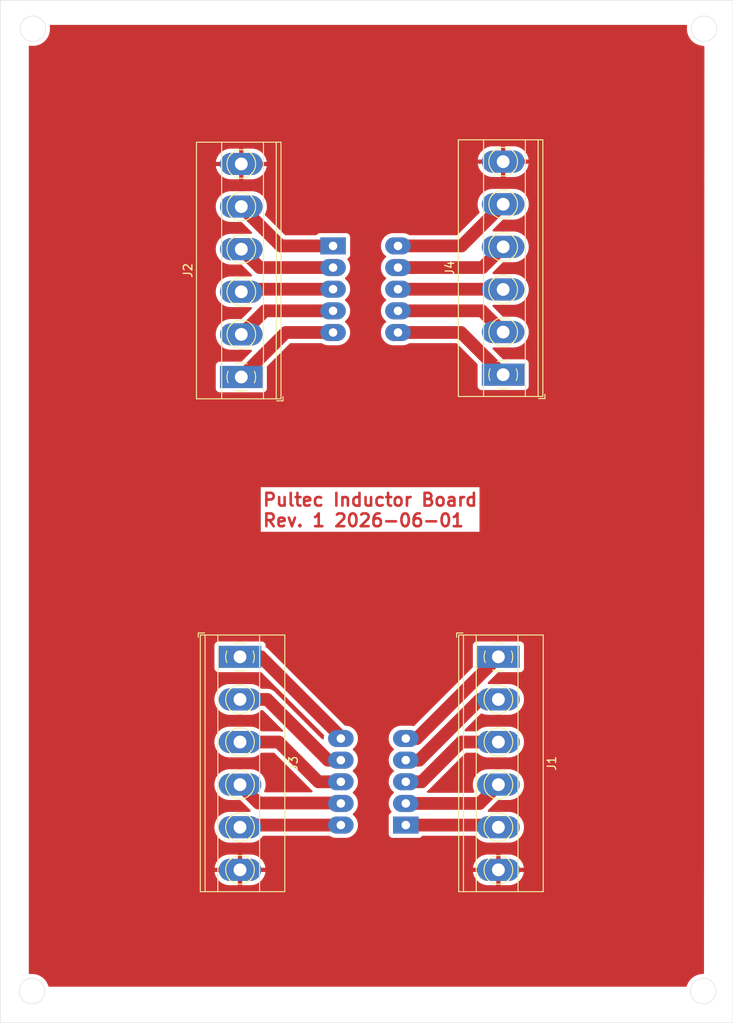
<source format=kicad_pcb>
(kicad_pcb (version 20240108) (generator "pcbnew") (generator_version "8.0")
  (title_block (title "Pultec Inductor Board") (date "2024-07-23") (rev "1"))
  (layers (0 "F.Cu" signal) (31 "B.Cu" signal) (34 "B.Paste" user) (35 "F.Paste" user) (36 "B.SilkS" user "B.Silkscreen") (37 "F.SilkS" user "F.Silkscreen") (38 "B.Mask" user) (39 "F.Mask" user) (44 "Edge.Cuts" user))
  (net 0 "")
  (net 1 "Net-(J1-Pin_4)")
  (net 2 "Net-(J1-Pin_3)")
  (net 3 "GND")
  (net 4 "Net-(J1-Pin_5)")
  (net 5 "Net-(J1-Pin_2)")
  (net 6 "Net-(J1-Pin_1)")
  (net 7 "Net-(J2-Pin_2)")
  (net 8 "Net-(J2-Pin_4)")
  (net 9 "Net-(J2-Pin_1)")
  (net 10 "Net-(J2-Pin_5)")
  (net 11 "Net-(J2-Pin_3)")
  (net 12 "Net-(J3-Pin_2)")
  (net 13 "Net-(J3-Pin_4)")
  (net 14 "Net-(J3-Pin_5)")
  (net 15 "Net-(J3-Pin_3)")
  (net 16 "Net-(J3-Pin_1)")
  (net 17 "Net-(J4-Pin_5)")
  (net 18 "Net-(J4-Pin_1)")
  (net 19 "Net-(J4-Pin_3)")
  (net 20 "Net-(J4-Pin_2)")
  (net 21 "Net-(J4-Pin_4)")
  (footprint "OL Library:TerminalBlock_Phoenix_MKDS-1,5-6_1x06_P5.00mm_Horizontal_Fat_Pad" (layer "F.Cu") (at 63.754 112.668 -90)
    (property "Reference" "J3" (at 12.5 -6.26 90) (layer "F.SilkS"))
    (property "Value" "Screw_Terminal_01x05")
    (fp_line (start -2.8 4.9) (end -2.3 4.9) (stroke (width 0.12)) (layer "F.SilkS"))
    (fp_line (start -2.56 4.66) (end 27.56 4.66) (stroke (width 0.12)) (layer "F.SilkS"))
    (fp_line (start -2.8 4.16) (end -2.8 4.9) (stroke (width 0.12)) (layer "F.SilkS"))
    (fp_line (start -2.56 4.1) (end 27.56 4.1) (stroke (width 0.12)) (layer "F.SilkS"))
    (fp_line (start -2.56 2.6) (end 27.56 2.6) (stroke (width 0.12)) (layer "F.SilkS"))
    (fp_line (start 3.966 1.239) (end 3.931 1.274) (stroke (width 0.12)) (layer "F.SilkS"))
    (fp_line (start 8.966 1.239) (end 8.931 1.274) (stroke (width 0.12)) (layer "F.SilkS"))
    (fp_line (start 13.966 1.239) (end 13.931 1.274) (stroke (width 0.12)) (layer "F.SilkS"))
    (fp_line (start 18.966 1.239) (end 18.931 1.274) (stroke (width 0.12)) (layer "F.SilkS"))
    (fp_line (start 23.966 1.239) (end 23.931 1.274) (stroke (width 0.12)) (layer "F.SilkS"))
    (fp_line (start 3.773 1.023) (end 3.726 1.069) (stroke (width 0.12)) (layer "F.SilkS"))
    (fp_line (start 8.773 1.023) (end 8.726 1.069) (stroke (width 0.12)) (layer "F.SilkS"))
    (fp_line (start 13.773 1.023) (end 13.726 1.069) (stroke (width 0.12)) (layer "F.SilkS"))
    (fp_line (start 18.773 1.023) (end 18.726 1.069) (stroke (width 0.12)) (layer "F.SilkS"))
    (fp_line (start 23.773 1.023) (end 23.726 1.069) (stroke (width 0.12)) (layer "F.SilkS"))
    (fp_line (start 6.275 -1.069) (end 6.228 -1.023) (stroke (width 0.12)) (layer "F.SilkS"))
    (fp_line (start 11.275 -1.069) (end 11.228 -1.023) (stroke (width 0.12)) (layer "F.SilkS"))
    (fp_line (start 16.275 -1.069) (end 16.228 -1.023) (stroke (width 0.12)) (layer "F.SilkS"))
    (fp_line (start 21.275 -1.069) (end 21.228 -1.023) (stroke (width 0.12)) (layer "F.SilkS"))
    (fp_line (start 26.275 -1.069) (end 26.228 -1.023) (stroke (width 0.12)) (layer "F.SilkS"))
    (fp_line (start 6.07 -1.275) (end 6.035 -1.239) (stroke (width 0.12)) (layer "F.SilkS"))
    (fp_line (start 11.07 -1.275) (end 11.035 -1.239) (stroke (width 0.12)) (layer "F.SilkS"))
    (fp_line (start 16.07 -1.275) (end 16.035 -1.239) (stroke (width 0.12)) (layer "F.SilkS"))
    (fp_line (start 21.07 -1.275) (end 21.035 -1.239) (stroke (width 0.12)) (layer "F.SilkS"))
    (fp_line (start 26.07 -1.275) (end 26.035 -1.239) (stroke (width 0.12)) (layer "F.SilkS"))
    (fp_line (start -2.56 -2.301) (end 27.56 -2.301) (stroke (width 0.12)) (layer "F.SilkS"))
    (fp_line (start -2.56 -5.261) (end -2.56 4.66) (stroke (width 0.12)) (layer "F.SilkS"))
    (fp_line (start -2.56 -5.261) (end 27.56 -5.261) (stroke (width 0.12)) (layer "F.SilkS"))
    (fp_line (start 27.56 -5.261) (end 27.56 4.66) (stroke (width 0.12)) (layer "F.SilkS"))
    (fp_arc (start 0.028805 1.680253) (mid -0.335551 1.646659) (end -0.684 1.535) (stroke (width 0.12)) (layer "F.SilkS"))
    (fp_arc (start 0.683318 1.534756) (mid 0.349292 1.643288) (end 0 1.68) (stroke (width 0.12)) (layer "F.SilkS"))
    (fp_arc (start -1.535427 0.683042) (mid -1.680501 -0.000524) (end -1.535 -0.684) (stroke (width 0.12)) (layer "F.SilkS"))
    (fp_arc (start 1.535427 -0.683042) (mid 1.680501 0.000524) (end 1.535 0.684) (stroke (width 0.12)) (layer "F.SilkS"))
    (fp_arc (start -0.683042 -1.535427) (mid 0.000524 -1.680501) (end 0.684 -1.535) (stroke (width 0.12)) (layer "F.SilkS"))
    (fp_circle (center 5 0) (end 6.68 0) (stroke (width 0.12)) (fill none) (layer "F.SilkS"))
    (fp_circle (center 10 0) (end 11.68 0) (stroke (width 0.12)) (fill none) (layer "F.SilkS"))
    (fp_circle (center 15 0) (end 16.68 0) (stroke (width 0.12)) (fill none) (layer "F.SilkS"))
    (fp_circle (center 20 0) (end 21.68 0) (stroke (width 0.12)) (fill none) (layer "F.SilkS"))
    (fp_circle (center 25 0) (end 26.68 0) (stroke (width 0.12)) (fill none) (layer "F.SilkS"))
    (pad "1" thru_hole rect (at 0 0 270) (size 2.6 5) (drill 1.5) (layers "*.Cu" "*.Mask") (net 16 "Net-(J3-Pin_1)"))
    (pad "2" thru_hole oval (at 5 0 270) (size 2.6 5) (drill 1.5) (layers "*.Cu" "*.Mask") (net 12 "Net-(J3-Pin_2)"))
    (pad "3" thru_hole oval (at 10 0 270) (size 2.6 5) (drill 1.5) (layers "*.Cu" "*.Mask") (net 15 "Net-(J3-Pin_3)"))
    (pad "4" thru_hole oval (at 15 0 270) (size 2.6 5) (drill 1.5) (layers "*.Cu" "*.Mask") (net 13 "Net-(J3-Pin_4)"))
    (pad "5" thru_hole oval (at 20 0 270) (size 2.6 5) (drill 1.5) (layers "*.Cu" "*.Mask") (net 14 "Net-(J3-Pin_5)"))
    (pad "6" thru_hole oval (at 25 0 270) (size 2.6 5) (drill 1.5) (layers "*.Cu" "*.Mask") (net 3 "GND"))
  )
  (footprint "OL Library:multi-inductor_EE16_10pin" (layer "F.Cu") (at 79.756 56.8258)
    (property "Reference" "L2" (hide yes))
    (property "Value" "Mid Inductor")
    (pad "1" thru_hole rect (at -5.08 7.62) (size 3 2) (drill 1) (layers "*.Cu" "*.Mask") (net 10 "Net-(J2-Pin_5)"))
    (pad "2" thru_hole oval (at -5.08 10.16) (size 3 2) (drill 1) (layers "*.Cu" "*.Mask") (net 8 "Net-(J2-Pin_4)"))
    (pad "3" thru_hole oval (at -5.08 12.7) (size 3 2) (drill 1) (layers "*.Cu" "*.Mask") (net 11 "Net-(J2-Pin_3)"))
    (pad "4" thru_hole oval (at -5.08 15.24) (size 3 2) (drill 1) (layers "*.Cu" "*.Mask") (net 7 "Net-(J2-Pin_2)"))
    (pad "5" thru_hole oval (at -5.08 17.78) (size 3 2) (drill 1) (layers "*.Cu" "*.Mask") (net 9 "Net-(J2-Pin_1)"))
    (pad "6" thru_hole oval (at 2.54 17.78) (size 3 2) (drill 1) (layers "*.Cu" "*.Mask") (net 18 "Net-(J4-Pin_1)"))
    (pad "7" thru_hole oval (at 2.54 15.24) (size 3 2) (drill 1) (layers "*.Cu" "*.Mask") (net 20 "Net-(J4-Pin_2)"))
    (pad "8" thru_hole oval (at 2.54 12.7) (size 3 2) (drill 1) (layers "*.Cu" "*.Mask") (net 19 "Net-(J4-Pin_3)"))
    (pad "9" thru_hole oval (at 2.54 10.16) (size 3 2) (drill 1) (layers "*.Cu" "*.Mask") (net 21 "Net-(J4-Pin_4)"))
    (pad "10" thru_hole oval (at 2.54 7.62) (size 3 2) (drill 1) (layers "*.Cu" "*.Mask") (net 17 "Net-(J4-Pin_5)"))
  )
  (footprint "OL Library:TerminalBlock_Phoenix_MKDS-1,5-6_1x06_P5.00mm_Horizontal_Fat_Pad" (layer "F.Cu") (at 94.6406 79.556 90)
    (property "Reference" "J4" (at 12.5 -6.26 90) (layer "F.SilkS"))
    (property "Value" "Screw_Terminal_01x05")
    (fp_line (start 27.56 -5.261) (end 27.56 4.66) (stroke (width 0.12)) (layer "F.SilkS"))
    (fp_line (start -2.56 -5.261) (end 27.56 -5.261) (stroke (width 0.12)) (layer "F.SilkS"))
    (fp_line (start -2.56 -5.261) (end -2.56 4.66) (stroke (width 0.12)) (layer "F.SilkS"))
    (fp_line (start -2.56 -2.301) (end 27.56 -2.301) (stroke (width 0.12)) (layer "F.SilkS"))
    (fp_line (start 26.07 -1.275) (end 26.035 -1.239) (stroke (width 0.12)) (layer "F.SilkS"))
    (fp_line (start 21.07 -1.275) (end 21.035 -1.239) (stroke (width 0.12)) (layer "F.SilkS"))
    (fp_line (start 16.07 -1.275) (end 16.035 -1.239) (stroke (width 0.12)) (layer "F.SilkS"))
    (fp_line (start 11.07 -1.275) (end 11.035 -1.239) (stroke (width 0.12)) (layer "F.SilkS"))
    (fp_line (start 6.07 -1.275) (end 6.035 -1.239) (stroke (width 0.12)) (layer "F.SilkS"))
    (fp_line (start 26.275 -1.069) (end 26.228 -1.023) (stroke (width 0.12)) (layer "F.SilkS"))
    (fp_line (start 21.275 -1.069) (end 21.228 -1.023) (stroke (width 0.12)) (layer "F.SilkS"))
    (fp_line (start 16.275 -1.069) (end 16.228 -1.023) (stroke (width 0.12)) (layer "F.SilkS"))
    (fp_line (start 11.275 -1.069) (end 11.228 -1.023) (stroke (width 0.12)) (layer "F.SilkS"))
    (fp_line (start 6.275 -1.069) (end 6.228 -1.023) (stroke (width 0.12)) (layer "F.SilkS"))
    (fp_line (start 23.773 1.023) (end 23.726 1.069) (stroke (width 0.12)) (layer "F.SilkS"))
    (fp_line (start 18.773 1.023) (end 18.726 1.069) (stroke (width 0.12)) (layer "F.SilkS"))
    (fp_line (start 13.773 1.023) (end 13.726 1.069) (stroke (width 0.12)) (layer "F.SilkS"))
    (fp_line (start 8.773 1.023) (end 8.726 1.069) (stroke (width 0.12)) (layer "F.SilkS"))
    (fp_line (start 3.773 1.023) (end 3.726 1.069) (stroke (width 0.12)) (layer "F.SilkS"))
    (fp_line (start 23.966 1.239) (end 23.931 1.274) (stroke (width 0.12)) (layer "F.SilkS"))
    (fp_line (start 18.966 1.239) (end 18.931 1.274) (stroke (width 0.12)) (layer "F.SilkS"))
    (fp_line (start 13.966 1.239) (end 13.931 1.274) (stroke (width 0.12)) (layer "F.SilkS"))
    (fp_line (start 8.966 1.239) (end 8.931 1.274) (stroke (width 0.12)) (layer "F.SilkS"))
    (fp_line (start 3.966 1.239) (end 3.931 1.274) (stroke (width 0.12)) (layer "F.SilkS"))
    (fp_line (start -2.56 2.6) (end 27.56 2.6) (stroke (width 0.12)) (layer "F.SilkS"))
    (fp_line (start -2.56 4.1) (end 27.56 4.1) (stroke (width 0.12)) (layer "F.SilkS"))
    (fp_line (start -2.8 4.16) (end -2.8 4.9) (stroke (width 0.12)) (layer "F.SilkS"))
    (fp_line (start -2.56 4.66) (end 27.56 4.66) (stroke (width 0.12)) (layer "F.SilkS"))
    (fp_line (start -2.8 4.9) (end -2.3 4.9) (stroke (width 0.12)) (layer "F.SilkS"))
    (fp_arc (start -0.683042 -1.535427) (mid 0.000524 -1.680501) (end 0.684 -1.535) (stroke (width 0.12)) (layer "F.SilkS"))
    (fp_arc (start 1.535427 -0.683042) (mid 1.680501 0.000524) (end 1.535 0.684) (stroke (width 0.12)) (layer "F.SilkS"))
    (fp_arc (start -1.535427 0.683042) (mid -1.680501 -0.000524) (end -1.535 -0.684) (stroke (width 0.12)) (layer "F.SilkS"))
    (fp_arc (start 0.683318 1.534756) (mid 0.349292 1.643288) (end 0 1.68) (stroke (width 0.12)) (layer "F.SilkS"))
    (fp_arc (start 0.028805 1.680253) (mid -0.335551 1.646659) (end -0.684 1.535) (stroke (width 0.12)) (layer "F.SilkS"))
    (fp_circle (center 25 0) (end 26.68 0) (stroke (width 0.12)) (fill none) (layer "F.SilkS"))
    (fp_circle (center 20 0) (end 21.68 0) (stroke (width 0.12)) (fill none) (layer "F.SilkS"))
    (fp_circle (center 15 0) (end 16.68 0) (stroke (width 0.12)) (fill none) (layer "F.SilkS"))
    (fp_circle (center 10 0) (end 11.68 0) (stroke (width 0.12)) (fill none) (layer "F.SilkS"))
    (fp_circle (center 5 0) (end 6.68 0) (stroke (width 0.12)) (fill none) (layer "F.SilkS"))
    (pad "1" thru_hole rect (at 0 0 90) (size 2.6 5) (drill 1.5) (layers "*.Cu" "*.Mask") (net 18 "Net-(J4-Pin_1)"))
    (pad "2" thru_hole oval (at 5 0 90) (size 2.6 5) (drill 1.5) (layers "*.Cu" "*.Mask") (net 20 "Net-(J4-Pin_2)"))
    (pad "3" thru_hole oval (at 10 0 90) (size 2.6 5) (drill 1.5) (layers "*.Cu" "*.Mask") (net 19 "Net-(J4-Pin_3)"))
    (pad "4" thru_hole oval (at 15 0 90) (size 2.6 5) (drill 1.5) (layers "*.Cu" "*.Mask") (net 21 "Net-(J4-Pin_4)"))
    (pad "5" thru_hole oval (at 20 0 90) (size 2.6 5) (drill 1.5) (layers "*.Cu" "*.Mask") (net 17 "Net-(J4-Pin_5)"))
    (pad "6" thru_hole oval (at 25 0 90) (size 2.6 5) (drill 1.5) (layers "*.Cu" "*.Mask") (net 3 "GND"))
  )
  (footprint "OL Library:TerminalBlock_Phoenix_MKDS-1,5-6_1x06_P5.00mm_Horizontal_Fat_Pad" (layer "F.Cu") (at 63.9064 79.8284 90)
    (property "Reference" "J2" (at 12.5 -6.26 90) (layer "F.SilkS"))
    (property "Value" "Screw_Terminal_01x05")
    (fp_line (start 27.56 -5.261) (end 27.56 4.66) (stroke (width 0.12)) (layer "F.SilkS"))
    (fp_line (start -2.56 -5.261) (end 27.56 -5.261) (stroke (width 0.12)) (layer "F.SilkS"))
    (fp_line (start -2.56 -5.261) (end -2.56 4.66) (stroke (width 0.12)) (layer "F.SilkS"))
    (fp_line (start -2.56 -2.301) (end 27.56 -2.301) (stroke (width 0.12)) (layer "F.SilkS"))
    (fp_line (start 26.07 -1.275) (end 26.035 -1.239) (stroke (width 0.12)) (layer "F.SilkS"))
    (fp_line (start 21.07 -1.275) (end 21.035 -1.239) (stroke (width 0.12)) (layer "F.SilkS"))
    (fp_line (start 16.07 -1.275) (end 16.035 -1.239) (stroke (width 0.12)) (layer "F.SilkS"))
    (fp_line (start 11.07 -1.275) (end 11.035 -1.239) (stroke (width 0.12)) (layer "F.SilkS"))
    (fp_line (start 6.07 -1.275) (end 6.035 -1.239) (stroke (width 0.12)) (layer "F.SilkS"))
    (fp_line (start 26.275 -1.069) (end 26.228 -1.023) (stroke (width 0.12)) (layer "F.SilkS"))
    (fp_line (start 21.275 -1.069) (end 21.228 -1.023) (stroke (width 0.12)) (layer "F.SilkS"))
    (fp_line (start 16.275 -1.069) (end 16.228 -1.023) (stroke (width 0.12)) (layer "F.SilkS"))
    (fp_line (start 11.275 -1.069) (end 11.228 -1.023) (stroke (width 0.12)) (layer "F.SilkS"))
    (fp_line (start 6.275 -1.069) (end 6.228 -1.023) (stroke (width 0.12)) (layer "F.SilkS"))
    (fp_line (start 23.773 1.023) (end 23.726 1.069) (stroke (width 0.12)) (layer "F.SilkS"))
    (fp_line (start 18.773 1.023) (end 18.726 1.069) (stroke (width 0.12)) (layer "F.SilkS"))
    (fp_line (start 13.773 1.023) (end 13.726 1.069) (stroke (width 0.12)) (layer "F.SilkS"))
    (fp_line (start 8.773 1.023) (end 8.726 1.069) (stroke (width 0.12)) (layer "F.SilkS"))
    (fp_line (start 3.773 1.023) (end 3.726 1.069) (stroke (width 0.12)) (layer "F.SilkS"))
    (fp_line (start 23.966 1.239) (end 23.931 1.274) (stroke (width 0.12)) (layer "F.SilkS"))
    (fp_line (start 18.966 1.239) (end 18.931 1.274) (stroke (width 0.12)) (layer "F.SilkS"))
    (fp_line (start 13.966 1.239) (end 13.931 1.274) (stroke (width 0.12)) (layer "F.SilkS"))
    (fp_line (start 8.966 1.239) (end 8.931 1.274) (stroke (width 0.12)) (layer "F.SilkS"))
    (fp_line (start 3.966 1.239) (end 3.931 1.274) (stroke (width 0.12)) (layer "F.SilkS"))
    (fp_line (start -2.56 2.6) (end 27.56 2.6) (stroke (width 0.12)) (layer "F.SilkS"))
    (fp_line (start -2.56 4.1) (end 27.56 4.1) (stroke (width 0.12)) (layer "F.SilkS"))
    (fp_line (start -2.8 4.16) (end -2.8 4.9) (stroke (width 0.12)) (layer "F.SilkS"))
    (fp_line (start -2.56 4.66) (end 27.56 4.66) (stroke (width 0.12)) (layer "F.SilkS"))
    (fp_line (start -2.8 4.9) (end -2.3 4.9) (stroke (width 0.12)) (layer "F.SilkS"))
    (fp_arc (start -0.683042 -1.535427) (mid 0.000524 -1.680501) (end 0.684 -1.535) (stroke (width 0.12)) (layer "F.SilkS"))
    (fp_arc (start 1.535427 -0.683042) (mid 1.680501 0.000524) (end 1.535 0.684) (stroke (width 0.12)) (layer "F.SilkS"))
    (fp_arc (start -1.535427 0.683042) (mid -1.680501 -0.000524) (end -1.535 -0.684) (stroke (width 0.12)) (layer "F.SilkS"))
    (fp_arc (start 0.683318 1.534756) (mid 0.349292 1.643288) (end 0 1.68) (stroke (width 0.12)) (layer "F.SilkS"))
    (fp_arc (start 0.028805 1.680253) (mid -0.335551 1.646659) (end -0.684 1.535) (stroke (width 0.12)) (layer "F.SilkS"))
    (fp_circle (center 25 0) (end 26.68 0) (stroke (width 0.12)) (fill none) (layer "F.SilkS"))
    (fp_circle (center 20 0) (end 21.68 0) (stroke (width 0.12)) (fill none) (layer "F.SilkS"))
    (fp_circle (center 15 0) (end 16.68 0) (stroke (width 0.12)) (fill none) (layer "F.SilkS"))
    (fp_circle (center 10 0) (end 11.68 0) (stroke (width 0.12)) (fill none) (layer "F.SilkS"))
    (fp_circle (center 5 0) (end 6.68 0) (stroke (width 0.12)) (fill none) (layer "F.SilkS"))
    (pad "1" thru_hole rect (at 0 0 90) (size 2.6 5) (drill 1.5) (layers "*.Cu" "*.Mask") (net 9 "Net-(J2-Pin_1)"))
    (pad "2" thru_hole oval (at 5 0 90) (size 2.6 5) (drill 1.5) (layers "*.Cu" "*.Mask") (net 7 "Net-(J2-Pin_2)"))
    (pad "3" thru_hole oval (at 10 0 90) (size 2.6 5) (drill 1.5) (layers "*.Cu" "*.Mask") (net 11 "Net-(J2-Pin_3)"))
    (pad "4" thru_hole oval (at 15 0 90) (size 2.6 5) (drill 1.5) (layers "*.Cu" "*.Mask") (net 8 "Net-(J2-Pin_4)"))
    (pad "5" thru_hole oval (at 20 0 90) (size 2.6 5) (drill 1.5) (layers "*.Cu" "*.Mask") (net 10 "Net-(J2-Pin_5)"))
    (pad "6" thru_hole oval (at 25 0 90) (size 2.6 5) (drill 1.5) (layers "*.Cu" "*.Mask") (net 3 "GND"))
  )
  (footprint "OL Library:multi-inductor_EE16_10pin" (layer "F.Cu") (at 78.1304 140.034 180)
    (property "Reference" "L1" (hide yes))
    (property "Value" "Hi Boost Inductor")
    (pad "1" thru_hole rect (at -5.08 7.62 180) (size 3 2) (drill 1) (layers "*.Cu" "*.Mask") (net 4 "Net-(J1-Pin_5)"))
    (pad "2" thru_hole oval (at -5.08 10.16 180) (size 3 2) (drill 1) (layers "*.Cu" "*.Mask") (net 1 "Net-(J1-Pin_4)"))
    (pad "3" thru_hole oval (at -5.08 12.7 180) (size 3 2) (drill 1) (layers "*.Cu" "*.Mask") (net 2 "Net-(J1-Pin_3)"))
    (pad "4" thru_hole oval (at -5.08 15.24 180) (size 3 2) (drill 1) (layers "*.Cu" "*.Mask") (net 5 "Net-(J1-Pin_2)"))
    (pad "5" thru_hole oval (at -5.08 17.78 180) (size 3 2) (drill 1) (layers "*.Cu" "*.Mask") (net 6 "Net-(J1-Pin_1)"))
    (pad "6" thru_hole oval (at 2.54 17.78 180) (size 3 2) (drill 1) (layers "*.Cu" "*.Mask") (net 16 "Net-(J3-Pin_1)"))
    (pad "7" thru_hole oval (at 2.54 15.24 180) (size 3 2) (drill 1) (layers "*.Cu" "*.Mask") (net 12 "Net-(J3-Pin_2)"))
    (pad "8" thru_hole oval (at 2.54 12.7 180) (size 3 2) (drill 1) (layers "*.Cu" "*.Mask") (net 15 "Net-(J3-Pin_3)"))
    (pad "9" thru_hole oval (at 2.54 10.16 180) (size 3 2) (drill 1) (layers "*.Cu" "*.Mask") (net 13 "Net-(J3-Pin_4)"))
    (pad "10" thru_hole oval (at 2.54 7.62 180) (size 3 2) (drill 1) (layers "*.Cu" "*.Mask") (net 14 "Net-(J3-Pin_5)"))
  )
  (footprint "OL Library:TerminalBlock_Phoenix_MKDS-1,5-6_1x06_P5.00mm_Horizontal_Fat_Pad" (layer "F.Cu") (at 94.0816 112.668 -90)
    (property "Reference" "J1" (at 12.5 -6.26 90) (layer "F.SilkS"))
    (property "Value" "Screw_Terminal_01x05")
    (fp_line (start -2.8 4.9) (end -2.3 4.9) (stroke (width 0.12)) (layer "F.SilkS"))
    (fp_line (start -2.56 4.66) (end 27.56 4.66) (stroke (width 0.12)) (layer "F.SilkS"))
    (fp_line (start -2.8 4.16) (end -2.8 4.9) (stroke (width 0.12)) (layer "F.SilkS"))
    (fp_line (start -2.56 4.1) (end 27.56 4.1) (stroke (width 0.12)) (layer "F.SilkS"))
    (fp_line (start -2.56 2.6) (end 27.56 2.6) (stroke (width 0.12)) (layer "F.SilkS"))
    (fp_line (start 3.966 1.239) (end 3.931 1.274) (stroke (width 0.12)) (layer "F.SilkS"))
    (fp_line (start 8.966 1.239) (end 8.931 1.274) (stroke (width 0.12)) (layer "F.SilkS"))
    (fp_line (start 13.966 1.239) (end 13.931 1.274) (stroke (width 0.12)) (layer "F.SilkS"))
    (fp_line (start 18.966 1.239) (end 18.931 1.274) (stroke (width 0.12)) (layer "F.SilkS"))
    (fp_line (start 23.966 1.239) (end 23.931 1.274) (stroke (width 0.12)) (layer "F.SilkS"))
    (fp_line (start 3.773 1.023) (end 3.726 1.069) (stroke (width 0.12)) (layer "F.SilkS"))
    (fp_line (start 8.773 1.023) (end 8.726 1.069) (stroke (width 0.12)) (layer "F.SilkS"))
    (fp_line (start 13.773 1.023) (end 13.726 1.069) (stroke (width 0.12)) (layer "F.SilkS"))
    (fp_line (start 18.773 1.023) (end 18.726 1.069) (stroke (width 0.12)) (layer "F.SilkS"))
    (fp_line (start 23.773 1.023) (end 23.726 1.069) (stroke (width 0.12)) (layer "F.SilkS"))
    (fp_line (start 6.275 -1.069) (end 6.228 -1.023) (stroke (width 0.12)) (layer "F.SilkS"))
    (fp_line (start 11.275 -1.069) (end 11.228 -1.023) (stroke (width 0.12)) (layer "F.SilkS"))
    (fp_line (start 16.275 -1.069) (end 16.228 -1.023) (stroke (width 0.12)) (layer "F.SilkS"))
    (fp_line (start 21.275 -1.069) (end 21.228 -1.023) (stroke (width 0.12)) (layer "F.SilkS"))
    (fp_line (start 26.275 -1.069) (end 26.228 -1.023) (stroke (width 0.12)) (layer "F.SilkS"))
    (fp_line (start 6.07 -1.275) (end 6.035 -1.239) (stroke (width 0.12)) (layer "F.SilkS"))
    (fp_line (start 11.07 -1.275) (end 11.035 -1.239) (stroke (width 0.12)) (layer "F.SilkS"))
    (fp_line (start 16.07 -1.275) (end 16.035 -1.239) (stroke (width 0.12)) (layer "F.SilkS"))
    (fp_line (start 21.07 -1.275) (end 21.035 -1.239) (stroke (width 0.12)) (layer "F.SilkS"))
    (fp_line (start 26.07 -1.275) (end 26.035 -1.239) (stroke (width 0.12)) (layer "F.SilkS"))
    (fp_line (start -2.56 -2.301) (end 27.56 -2.301) (stroke (width 0.12)) (layer "F.SilkS"))
    (fp_line (start -2.56 -5.261) (end -2.56 4.66) (stroke (width 0.12)) (layer "F.SilkS"))
    (fp_line (start -2.56 -5.261) (end 27.56 -5.261) (stroke (width 0.12)) (layer "F.SilkS"))
    (fp_line (start 27.56 -5.261) (end 27.56 4.66) (stroke (width 0.12)) (layer "F.SilkS"))
    (fp_arc (start 0.028805 1.680253) (mid -0.335551 1.646659) (end -0.684 1.535) (stroke (width 0.12)) (layer "F.SilkS"))
    (fp_arc (start 0.683318 1.534756) (mid 0.349292 1.643288) (end 0 1.68) (stroke (width 0.12)) (layer "F.SilkS"))
    (fp_arc (start -1.535427 0.683042) (mid -1.680501 -0.000524) (end -1.535 -0.684) (stroke (width 0.12)) (layer "F.SilkS"))
    (fp_arc (start 1.535427 -0.683042) (mid 1.680501 0.000524) (end 1.535 0.684) (stroke (width 0.12)) (layer "F.SilkS"))
    (fp_arc (start -0.683042 -1.535427) (mid 0.000524 -1.680501) (end 0.684 -1.535) (stroke (width 0.12)) (layer "F.SilkS"))
    (fp_circle (center 5 0) (end 6.68 0) (stroke (width 0.12)) (fill none) (layer "F.SilkS"))
    (fp_circle (center 10 0) (end 11.68 0) (stroke (width 0.12)) (fill none) (layer "F.SilkS"))
    (fp_circle (center 15 0) (end 16.68 0) (stroke (width 0.12)) (fill none) (layer "F.SilkS"))
    (fp_circle (center 20 0) (end 21.68 0) (stroke (width 0.12)) (fill none) (layer "F.SilkS"))
    (fp_circle (center 25 0) (end 26.68 0) (stroke (width 0.12)) (fill none) (layer "F.SilkS"))
    (pad "1" thru_hole rect (at 0 0 270) (size 2.6 5) (drill 1.5) (layers "*.Cu" "*.Mask") (net 6 "Net-(J1-Pin_1)"))
    (pad "2" thru_hole oval (at 5 0 270) (size 2.6 5) (drill 1.5) (layers "*.Cu" "*.Mask") (net 5 "Net-(J1-Pin_2)"))
    (pad "3" thru_hole oval (at 10 0 270) (size 2.6 5) (drill 1.5) (layers "*.Cu" "*.Mask") (net 2 "Net-(J1-Pin_3)"))
    (pad "4" thru_hole oval (at 15 0 270) (size 2.6 5) (drill 1.5) (layers "*.Cu" "*.Mask") (net 1 "Net-(J1-Pin_4)"))
    (pad "5" thru_hole oval (at 20 0 270) (size 2.6 5) (drill 1.5) (layers "*.Cu" "*.Mask") (net 4 "Net-(J1-Pin_5)"))
    (pad "6" thru_hole oval (at 25 0 270) (size 2.6 5) (drill 1.5) (layers "*.Cu" "*.Mask") (net 3 "GND"))
  )
  (gr_circle (center 39.4448 38.9636) (end 40.9448 38.9636) (stroke (width 0.05)) (fill none) (layer "Edge.Cuts"))
  (gr_circle (center 118.2116 38.9636) (end 119.7116 38.9636) (stroke (width 0.05)) (fill none) (layer "Edge.Cuts"))
  (gr_rect (start 35.6108 35.6108) (end 121.6108 155.6108) (stroke (width 0.05)) (fill none) (layer "Edge.Cuts"))
  (gr_circle (center 118.11 151.892) (end 119.61 151.892) (stroke (width 0.05)) (fill none) (layer "Edge.Cuts"))
  (gr_circle (center 39.3432 151.892) (end 40.8432 151.892) (stroke (width 0.05)) (fill none) (layer "Edge.Cuts"))
  (gr_text "${TITLE}\nRev. ${REVISION} ${CURRENT_DATE}" (at 66.294 97.536 0) (layer "F.Cu") (effects (font (size 1.5 1.5) (thickness 0.3) (bold yes)) (justify left bottom)))
  (segment (start 91.8756 129.874) (end 94.0816 127.668) (width 1.5) (layer "F.Cu") (net 1))
  (segment (start 83.2104 129.874) (end 91.8756 129.874) (width 1.5) (layer "F.Cu") (net 1))
  (segment (start 83.2104 127.334) (end 85.072456 127.334) (width 1.5) (layer "F.Cu") (net 2))
  (segment (start 85.072456 127.334) (end 89.738456 122.668) (width 1.5) (layer "F.Cu") (net 2))
  (segment (start 89.738456 122.668) (end 94.0816 122.668) (width 1.5) (layer "F.Cu") (net 2))
  (segment (start 83.2104 132.414) (end 93.8276 132.414) (width 1.5) (layer "F.Cu") (net 4))
  (segment (start 93.8276 132.414) (end 94.0816 132.668) (width 1.5) (layer "F.Cu") (net 4))
  (segment (start 91.910028 117.668) (end 94.0816 117.668) (width 1.5) (layer "F.Cu") (net 5))
  (segment (start 84.784028 124.794) (end 91.910028 117.668) (width 1.5) (layer "F.Cu") (net 5))
  (segment (start 83.2104 124.794) (end 84.784028 124.794) (width 1.5) (layer "F.Cu") (net 5))
  (segment (start 84.4956 122.254) (end 94.0816 112.668) (width 1.5) (layer "F.Cu") (net 6))
  (segment (start 83.2104 122.254) (end 84.4956 122.254) (width 1.5) (layer "F.Cu") (net 6))
  (segment (start 66.669 72.0658) (end 63.9064 74.8284) (width 1.5) (layer "F.Cu") (net 7))
  (segment (start 74.676 72.0658) (end 66.669 72.0658) (width 1.5) (layer "F.Cu") (net 7))
  (segment (start 66.0638 66.9858) (end 63.9064 64.8284) (width 1.5) (layer "F.Cu") (net 8))
  (segment (start 74.676 66.9858) (end 66.0638 66.9858) (width 1.5) (layer "F.Cu") (net 8))
  (segment (start 69.129 74.6058) (end 63.9064 79.8284) (width 1.5) (layer "F.Cu") (net 9))
  (segment (start 74.676 74.6058) (end 69.129 74.6058) (width 1.5) (layer "F.Cu") (net 9))
  (segment (start 74.676 64.4458) (end 68.5238 64.4458) (width 1.5) (layer "F.Cu") (net 10))
  (segment (start 68.5238 64.4458) (end 63.9064 59.8284) (width 1.5) (layer "F.Cu") (net 10))
  (segment (start 64.209 69.5258) (end 63.9064 69.8284) (width 1.5) (layer "F.Cu") (net 11))
  (segment (start 74.676 69.5258) (end 64.209 69.5258) (width 1.5) (layer "F.Cu") (net 11))
  (segment (start 66.9404 117.668) (end 63.754 117.668) (width 1.5) (layer "F.Cu") (net 12))
  (segment (start 75.5904 124.794) (end 74.0664 124.794) (width 1.5) (layer "F.Cu") (net 12))
  (segment (start 74.0664 124.794) (end 66.9404 117.668) (width 1.5) (layer "F.Cu") (net 12))
  (segment (start 75.5396 129.874) (end 75.4888 129.8232) (width 1.5) (layer "F.Cu") (net 13))
  (segment (start 75.5904 129.874) (end 75.5396 129.874) (width 1.5) (layer "F.Cu") (net 13))
  (segment (start 65.9092 129.8232) (end 63.754 127.668) (width 1.5) (layer "F.Cu") (net 13))
  (segment (start 75.4888 129.8232) (end 65.9092 129.8232) (width 1.5) (layer "F.Cu") (net 13))
  (segment (start 64.008 132.414) (end 63.754 132.668) (width 1.5) (layer "F.Cu") (net 14))
  (segment (start 75.5904 132.414) (end 64.008 132.414) (width 1.5) (layer "F.Cu") (net 14))
  (segment (start 68.2828 122.668) (end 63.754 122.668) (width 1.5) (layer "F.Cu") (net 15))
  (segment (start 72.9488 127.334) (end 68.2828 122.668) (width 1.5) (layer "F.Cu") (net 15))
  (segment (start 75.5904 127.334) (end 72.9488 127.334) (width 1.5) (layer "F.Cu") (net 15))
  (segment (start 75.5904 122.254) (end 75.5904 122.0508) (width 1.5) (layer "F.Cu") (net 16))
  (segment (start 66.2076 112.668) (end 63.754 112.668) (width 1.5) (layer "F.Cu") (net 16))
  (segment (start 75.5904 122.0508) (end 66.2076 112.668) (width 1.5) (layer "F.Cu") (net 16))
  (segment (start 89.7508 64.4458) (end 94.6406 59.556) (width 1.5) (layer "F.Cu") (net 17))
  (segment (start 82.296 64.4458) (end 89.7508 64.4458) (width 1.5) (layer "F.Cu") (net 17))
  (segment (start 89.6904 74.6058) (end 94.6406 79.556) (width 1.5) (layer "F.Cu") (net 18))
  (segment (start 82.296 74.6058) (end 89.6904 74.6058) (width 1.5) (layer "F.Cu") (net 18))
  (segment (start 94.6104 69.5258) (end 94.6406 69.556) (width 1.5) (layer "F.Cu") (net 19))
  (segment (start 82.296 69.5258) (end 94.6104 69.5258) (width 1.5) (layer "F.Cu") (net 19))
  (segment (start 82.296 72.0658) (end 92.1504 72.0658) (width 1.5) (layer "F.Cu") (net 20))
  (segment (start 92.1504 72.0658) (end 94.6406 74.556) (width 1.5) (layer "F.Cu") (net 20))
  (segment (start 92.2108 66.9858) (end 94.6406 64.556) (width 1.5) (layer "F.Cu") (net 21))
  (segment (start 82.296 66.9858) (end 92.2108 66.9858) (width 1.5) (layer "F.Cu") (net 21))
  (zone (net 3) (net_name "GND") (layer "F.Cu") (connect_pads (clearance 0.5)) (min_thickness 0.25) (fill yes (thermal_gap 0.5) (thermal_bridge_width 0.5))
    (polygon (pts (xy 39.116 38.5064) (xy 118.2624 38.5064) (xy 118.2116 151.384) (xy 38.9636 151.384) (xy 38.9636 38.5572)))
  )
)
</source>
